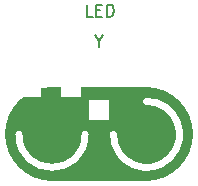
<source format=gto>
%TF.GenerationSoftware,KiCad,Pcbnew,4.0.7-e2-6376~58~ubuntu16.04.1*%
%TF.CreationDate,2018-05-09T10:26:09-07:00*%
%TF.ProjectId,2x2-LED-YELLOW-SMT-LIMITED,3278322D4C45442D59454C4C4F572D53,1.0*%
%TF.FileFunction,Legend,Top*%
%FSLAX46Y46*%
G04 Gerber Fmt 4.6, Leading zero omitted, Abs format (unit mm)*
G04 Created by KiCad (PCBNEW 4.0.7-e2-6376~58~ubuntu16.04.1) date Wed May  9 10:26:09 2018*
%MOMM*%
%LPD*%
G01*
G04 APERTURE LIST*
%ADD10C,0.350000*%
%ADD11C,0.152400*%
%ADD12C,8.000000*%
%ADD13C,0.150000*%
%ADD14C,0.600000*%
%ADD15R,1.652400X1.752400*%
%ADD16R,1.752400X1.652400*%
G04 APERTURE END LIST*
D10*
D11*
X22860001Y-31725810D02*
X22860001Y-32209619D01*
X22521334Y-31193619D02*
X22860001Y-31725810D01*
X23198667Y-31193619D01*
D12*
X18860000Y-39632000D02*
X26860000Y-39632000D01*
D13*
X17154571Y-40321429D02*
X16428857Y-40321429D01*
X16428857Y-38797429D01*
X17662571Y-39523143D02*
X18170571Y-39523143D01*
X18388285Y-40321429D02*
X17662571Y-40321429D01*
X17662571Y-38797429D01*
X18388285Y-38797429D01*
X19041428Y-40321429D02*
X19041428Y-38797429D01*
X19404285Y-38797429D01*
X19622000Y-38870000D01*
X19767142Y-39015143D01*
X19839714Y-39160286D01*
X19912285Y-39450571D01*
X19912285Y-39668286D01*
X19839714Y-39958571D01*
X19767142Y-40103714D01*
X19622000Y-40248857D01*
X19404285Y-40321429D01*
X19041428Y-40321429D01*
X21363714Y-40321429D02*
X20492857Y-40321429D01*
X20928285Y-40321429D02*
X20928285Y-38797429D01*
X20783142Y-39015143D01*
X20638000Y-39160286D01*
X20492857Y-39232857D01*
X22292143Y-29662381D02*
X21815952Y-29662381D01*
X21815952Y-28662381D01*
X22625476Y-29138571D02*
X22958810Y-29138571D01*
X23101667Y-29662381D02*
X22625476Y-29662381D01*
X22625476Y-28662381D01*
X23101667Y-28662381D01*
X23530238Y-29662381D02*
X23530238Y-28662381D01*
X23768333Y-28662381D01*
X23911191Y-28710000D01*
X24006429Y-28805238D01*
X24054048Y-28900476D01*
X24101667Y-29090952D01*
X24101667Y-29233810D01*
X24054048Y-29424286D01*
X24006429Y-29519524D01*
X23911191Y-29614762D01*
X23768333Y-29662381D01*
X23530238Y-29662381D01*
%LPC*%
D14*
X16060000Y-39632000D02*
G75*
G03X21660000Y-39632000I2800000J0D01*
G01*
X24060000Y-39632000D02*
G75*
G03X26860000Y-36832000I2800000J0D01*
G01*
X26860000Y-34432000D02*
G75*
G03X24060000Y-31632000I0J2800000D01*
G01*
X21660000Y-31632000D02*
G75*
G03X16060000Y-31632000I-2800000J0D01*
G01*
D15*
X17050000Y-35632000D03*
X20470000Y-35632000D03*
D16*
X22860000Y-37592000D03*
X22860000Y-34172000D03*
M02*

</source>
